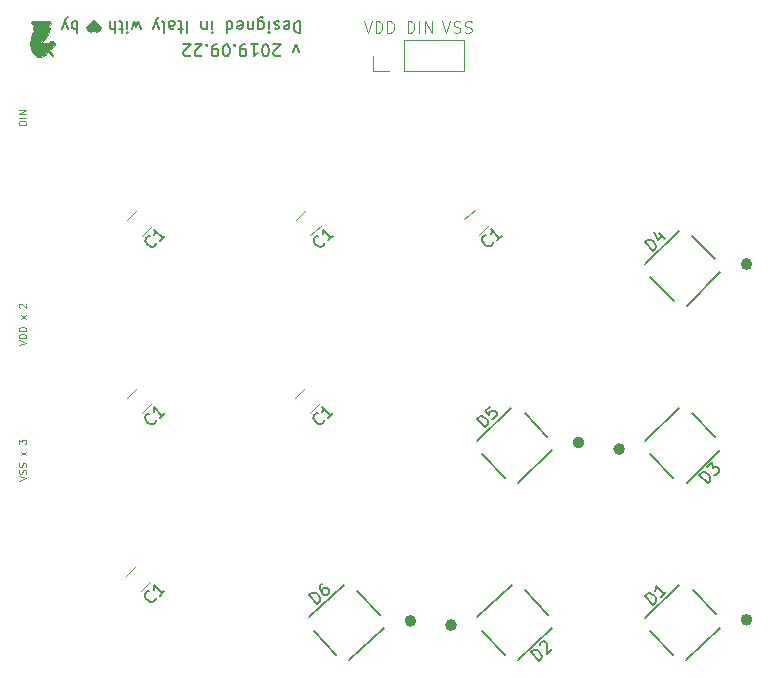
<source format=gbr>
G04 #@! TF.GenerationSoftware,KiCad,Pcbnew,5.1.4-e60b266~84~ubuntu18.04.1*
G04 #@! TF.CreationDate,2019-08-23T14:23:09+02:00*
G04 #@! TF.ProjectId,aab1,61616231-2e6b-4696-9361-645f70636258,rev?*
G04 #@! TF.SameCoordinates,Original*
G04 #@! TF.FileFunction,Legend,Top*
G04 #@! TF.FilePolarity,Positive*
%FSLAX46Y46*%
G04 Gerber Fmt 4.6, Leading zero omitted, Abs format (unit mm)*
G04 Created by KiCad (PCBNEW 5.1.4-e60b266~84~ubuntu18.04.1) date 2019-08-23 14:23:09*
%MOMM*%
%LPD*%
G04 APERTURE LIST*
%ADD10C,0.100000*%
%ADD11C,0.150000*%
%ADD12C,0.300000*%
%ADD13C,0.500000*%
%ADD14C,0.120000*%
G04 APERTURE END LIST*
D10*
X79909730Y-84061151D02*
X80243064Y-85061151D01*
X80576397Y-84061151D01*
X80909730Y-85061151D02*
X80909730Y-84061151D01*
X81147825Y-84061151D01*
X81290683Y-84108771D01*
X81385921Y-84204009D01*
X81433540Y-84299247D01*
X81481159Y-84489723D01*
X81481159Y-84632580D01*
X81433540Y-84823056D01*
X81385921Y-84918294D01*
X81290683Y-85013532D01*
X81147825Y-85061151D01*
X80909730Y-85061151D01*
X81909730Y-85061151D02*
X81909730Y-84061151D01*
X82147825Y-84061151D01*
X82290683Y-84108771D01*
X82385921Y-84204009D01*
X82433540Y-84299247D01*
X82481159Y-84489723D01*
X82481159Y-84632580D01*
X82433540Y-84823056D01*
X82385921Y-84918294D01*
X82290683Y-85013532D01*
X82147825Y-85061151D01*
X81909730Y-85061151D01*
X83619254Y-85061151D02*
X83619254Y-84061151D01*
X83857349Y-84061151D01*
X84000206Y-84108771D01*
X84095444Y-84204009D01*
X84143064Y-84299247D01*
X84190683Y-84489723D01*
X84190683Y-84632580D01*
X84143064Y-84823056D01*
X84095444Y-84918294D01*
X84000206Y-85013532D01*
X83857349Y-85061151D01*
X83619254Y-85061151D01*
X84619254Y-85061151D02*
X84619254Y-84061151D01*
X85095444Y-85061151D02*
X85095444Y-84061151D01*
X85666873Y-85061151D01*
X85666873Y-84061151D01*
X86557349Y-84061151D02*
X86890683Y-85061151D01*
X87224016Y-84061151D01*
X87509730Y-85013532D02*
X87652587Y-85061151D01*
X87890683Y-85061151D01*
X87985921Y-85013532D01*
X88033540Y-84965913D01*
X88081159Y-84870675D01*
X88081159Y-84775437D01*
X88033540Y-84680199D01*
X87985921Y-84632580D01*
X87890683Y-84584961D01*
X87700206Y-84537342D01*
X87604968Y-84489723D01*
X87557349Y-84442104D01*
X87509730Y-84346866D01*
X87509730Y-84251628D01*
X87557349Y-84156390D01*
X87604968Y-84108771D01*
X87700206Y-84061151D01*
X87938302Y-84061151D01*
X88081159Y-84108771D01*
X88462111Y-85013532D02*
X88604968Y-85061151D01*
X88843064Y-85061151D01*
X88938302Y-85013532D01*
X88985921Y-84965913D01*
X89033540Y-84870675D01*
X89033540Y-84775437D01*
X88985921Y-84680199D01*
X88938302Y-84632580D01*
X88843064Y-84584961D01*
X88652587Y-84537342D01*
X88557349Y-84489723D01*
X88509730Y-84442104D01*
X88462111Y-84346866D01*
X88462111Y-84251628D01*
X88509730Y-84156390D01*
X88557349Y-84108771D01*
X88652587Y-84061151D01*
X88890683Y-84061151D01*
X89033540Y-84108771D01*
D11*
X74547619Y-84056390D02*
X74547619Y-85056390D01*
X74309523Y-85056390D01*
X74166666Y-85008771D01*
X74071428Y-84913532D01*
X74023809Y-84818294D01*
X73976190Y-84627818D01*
X73976190Y-84484961D01*
X74023809Y-84294485D01*
X74071428Y-84199247D01*
X74166666Y-84104009D01*
X74309523Y-84056390D01*
X74547619Y-84056390D01*
X73166666Y-84104009D02*
X73261904Y-84056390D01*
X73452380Y-84056390D01*
X73547619Y-84104009D01*
X73595238Y-84199247D01*
X73595238Y-84580199D01*
X73547619Y-84675437D01*
X73452380Y-84723056D01*
X73261904Y-84723056D01*
X73166666Y-84675437D01*
X73119047Y-84580199D01*
X73119047Y-84484961D01*
X73595238Y-84389723D01*
X72738095Y-84104009D02*
X72642857Y-84056390D01*
X72452380Y-84056390D01*
X72357142Y-84104009D01*
X72309523Y-84199247D01*
X72309523Y-84246866D01*
X72357142Y-84342104D01*
X72452380Y-84389723D01*
X72595238Y-84389723D01*
X72690476Y-84437342D01*
X72738095Y-84532580D01*
X72738095Y-84580199D01*
X72690476Y-84675437D01*
X72595238Y-84723056D01*
X72452380Y-84723056D01*
X72357142Y-84675437D01*
X71880952Y-84056390D02*
X71880952Y-84723056D01*
X71880952Y-85056390D02*
X71928571Y-85008771D01*
X71880952Y-84961151D01*
X71833333Y-85008771D01*
X71880952Y-85056390D01*
X71880952Y-84961151D01*
X70976190Y-84723056D02*
X70976190Y-83913532D01*
X71023809Y-83818294D01*
X71071428Y-83770675D01*
X71166666Y-83723056D01*
X71309523Y-83723056D01*
X71404761Y-83770675D01*
X70976190Y-84104009D02*
X71071428Y-84056390D01*
X71261904Y-84056390D01*
X71357142Y-84104009D01*
X71404761Y-84151628D01*
X71452380Y-84246866D01*
X71452380Y-84532580D01*
X71404761Y-84627818D01*
X71357142Y-84675437D01*
X71261904Y-84723056D01*
X71071428Y-84723056D01*
X70976190Y-84675437D01*
X70500000Y-84723056D02*
X70500000Y-84056390D01*
X70500000Y-84627818D02*
X70452380Y-84675437D01*
X70357142Y-84723056D01*
X70214285Y-84723056D01*
X70119047Y-84675437D01*
X70071428Y-84580199D01*
X70071428Y-84056390D01*
X69214285Y-84104009D02*
X69309523Y-84056390D01*
X69500000Y-84056390D01*
X69595238Y-84104009D01*
X69642857Y-84199247D01*
X69642857Y-84580199D01*
X69595238Y-84675437D01*
X69500000Y-84723056D01*
X69309523Y-84723056D01*
X69214285Y-84675437D01*
X69166666Y-84580199D01*
X69166666Y-84484961D01*
X69642857Y-84389723D01*
X68309523Y-84056390D02*
X68309523Y-85056390D01*
X68309523Y-84104009D02*
X68404761Y-84056390D01*
X68595238Y-84056390D01*
X68690476Y-84104009D01*
X68738095Y-84151628D01*
X68785714Y-84246866D01*
X68785714Y-84532580D01*
X68738095Y-84627818D01*
X68690476Y-84675437D01*
X68595238Y-84723056D01*
X68404761Y-84723056D01*
X68309523Y-84675437D01*
X67071428Y-84056390D02*
X67071428Y-84723056D01*
X67071428Y-85056390D02*
X67119047Y-85008771D01*
X67071428Y-84961151D01*
X67023809Y-85008771D01*
X67071428Y-85056390D01*
X67071428Y-84961151D01*
X66595238Y-84723056D02*
X66595238Y-84056390D01*
X66595238Y-84627818D02*
X66547619Y-84675437D01*
X66452380Y-84723056D01*
X66309523Y-84723056D01*
X66214285Y-84675437D01*
X66166666Y-84580199D01*
X66166666Y-84056390D01*
X64928571Y-84056390D02*
X64928571Y-85056390D01*
X64595238Y-84723056D02*
X64214285Y-84723056D01*
X64452380Y-85056390D02*
X64452380Y-84199247D01*
X64404761Y-84104009D01*
X64309523Y-84056390D01*
X64214285Y-84056390D01*
X63452380Y-84056390D02*
X63452380Y-84580199D01*
X63500000Y-84675437D01*
X63595238Y-84723056D01*
X63785714Y-84723056D01*
X63880952Y-84675437D01*
X63452380Y-84104009D02*
X63547619Y-84056390D01*
X63785714Y-84056390D01*
X63880952Y-84104009D01*
X63928571Y-84199247D01*
X63928571Y-84294485D01*
X63880952Y-84389723D01*
X63785714Y-84437342D01*
X63547619Y-84437342D01*
X63452380Y-84484961D01*
X62833333Y-84056390D02*
X62928571Y-84104009D01*
X62976190Y-84199247D01*
X62976190Y-85056390D01*
X62547619Y-84723056D02*
X62309523Y-84056390D01*
X62071428Y-84723056D02*
X62309523Y-84056390D01*
X62404761Y-83818294D01*
X62452380Y-83770675D01*
X62547619Y-83723056D01*
X61023809Y-84723056D02*
X60833333Y-84056390D01*
X60642857Y-84532580D01*
X60452380Y-84056390D01*
X60261904Y-84723056D01*
X59880952Y-84056390D02*
X59880952Y-84723056D01*
X59880952Y-85056390D02*
X59928571Y-85008771D01*
X59880952Y-84961151D01*
X59833333Y-85008771D01*
X59880952Y-85056390D01*
X59880952Y-84961151D01*
X59547619Y-84723056D02*
X59166666Y-84723056D01*
X59404761Y-85056390D02*
X59404761Y-84199247D01*
X59357142Y-84104009D01*
X59261904Y-84056390D01*
X59166666Y-84056390D01*
X58833333Y-84056390D02*
X58833333Y-85056390D01*
X58404761Y-84056390D02*
X58404761Y-84580199D01*
X58452380Y-84675437D01*
X58547619Y-84723056D01*
X58690476Y-84723056D01*
X58785714Y-84675437D01*
X58833333Y-84627818D01*
X55642857Y-84056390D02*
X55642857Y-85056390D01*
X55642857Y-84675437D02*
X55547619Y-84723056D01*
X55357142Y-84723056D01*
X55261904Y-84675437D01*
X55214285Y-84627818D01*
X55166666Y-84532580D01*
X55166666Y-84246866D01*
X55214285Y-84151628D01*
X55261904Y-84104009D01*
X55357142Y-84056390D01*
X55547619Y-84056390D01*
X55642857Y-84104009D01*
X54833333Y-84723056D02*
X54595238Y-84056390D01*
X54357142Y-84723056D02*
X54595238Y-84056390D01*
X54690476Y-83818294D01*
X54738095Y-83770675D01*
X54833333Y-83723056D01*
X74404761Y-86696514D02*
X74166666Y-86029848D01*
X73928571Y-86696514D01*
X72833333Y-86934609D02*
X72785714Y-86982229D01*
X72690476Y-87029848D01*
X72452380Y-87029848D01*
X72357142Y-86982229D01*
X72309523Y-86934609D01*
X72261904Y-86839371D01*
X72261904Y-86744133D01*
X72309523Y-86601276D01*
X72880952Y-86029848D01*
X72261904Y-86029848D01*
X71642857Y-87029848D02*
X71547619Y-87029848D01*
X71452380Y-86982229D01*
X71404761Y-86934609D01*
X71357142Y-86839371D01*
X71309523Y-86648895D01*
X71309523Y-86410800D01*
X71357142Y-86220324D01*
X71404761Y-86125086D01*
X71452380Y-86077467D01*
X71547619Y-86029848D01*
X71642857Y-86029848D01*
X71738095Y-86077467D01*
X71785714Y-86125086D01*
X71833333Y-86220324D01*
X71880952Y-86410800D01*
X71880952Y-86648895D01*
X71833333Y-86839371D01*
X71785714Y-86934609D01*
X71738095Y-86982229D01*
X71642857Y-87029848D01*
X70357142Y-86029848D02*
X70928571Y-86029848D01*
X70642857Y-86029848D02*
X70642857Y-87029848D01*
X70738095Y-86886990D01*
X70833333Y-86791752D01*
X70928571Y-86744133D01*
X69880952Y-86029848D02*
X69690476Y-86029848D01*
X69595238Y-86077467D01*
X69547619Y-86125086D01*
X69452380Y-86267943D01*
X69404761Y-86458419D01*
X69404761Y-86839371D01*
X69452380Y-86934609D01*
X69500000Y-86982229D01*
X69595238Y-87029848D01*
X69785714Y-87029848D01*
X69880952Y-86982229D01*
X69928571Y-86934609D01*
X69976190Y-86839371D01*
X69976190Y-86601276D01*
X69928571Y-86506038D01*
X69880952Y-86458419D01*
X69785714Y-86410800D01*
X69595238Y-86410800D01*
X69500000Y-86458419D01*
X69452380Y-86506038D01*
X69404761Y-86601276D01*
X68976190Y-86125086D02*
X68928571Y-86077467D01*
X68976190Y-86029848D01*
X69023809Y-86077467D01*
X68976190Y-86125086D01*
X68976190Y-86029848D01*
X68309523Y-87029848D02*
X68214285Y-87029848D01*
X68119047Y-86982229D01*
X68071428Y-86934609D01*
X68023809Y-86839371D01*
X67976190Y-86648895D01*
X67976190Y-86410800D01*
X68023809Y-86220324D01*
X68071428Y-86125086D01*
X68119047Y-86077467D01*
X68214285Y-86029848D01*
X68309523Y-86029848D01*
X68404761Y-86077467D01*
X68452380Y-86125086D01*
X68500000Y-86220324D01*
X68547619Y-86410800D01*
X68547619Y-86648895D01*
X68500000Y-86839371D01*
X68452380Y-86934609D01*
X68404761Y-86982229D01*
X68309523Y-87029848D01*
X67500000Y-86029848D02*
X67309523Y-86029848D01*
X67214285Y-86077467D01*
X67166666Y-86125086D01*
X67071428Y-86267943D01*
X67023809Y-86458419D01*
X67023809Y-86839371D01*
X67071428Y-86934609D01*
X67119047Y-86982229D01*
X67214285Y-87029848D01*
X67404761Y-87029848D01*
X67500000Y-86982229D01*
X67547619Y-86934609D01*
X67595238Y-86839371D01*
X67595238Y-86601276D01*
X67547619Y-86506038D01*
X67500000Y-86458419D01*
X67404761Y-86410800D01*
X67214285Y-86410800D01*
X67119047Y-86458419D01*
X67071428Y-86506038D01*
X67023809Y-86601276D01*
X66595238Y-86125086D02*
X66547619Y-86077467D01*
X66595238Y-86029848D01*
X66642857Y-86077467D01*
X66595238Y-86125086D01*
X66595238Y-86029848D01*
X66166666Y-86934609D02*
X66119047Y-86982229D01*
X66023809Y-87029848D01*
X65785714Y-87029848D01*
X65690476Y-86982229D01*
X65642857Y-86934609D01*
X65595238Y-86839371D01*
X65595238Y-86744133D01*
X65642857Y-86601276D01*
X66214285Y-86029848D01*
X65595238Y-86029848D01*
X65214285Y-86934609D02*
X65166666Y-86982229D01*
X65071428Y-87029848D01*
X64833333Y-87029848D01*
X64738095Y-86982229D01*
X64690476Y-86934609D01*
X64642857Y-86839371D01*
X64642857Y-86744133D01*
X64690476Y-86601276D01*
X65261904Y-86029848D01*
X64642857Y-86029848D01*
D12*
X57581535Y-84620422D02*
G75*
G02X57073535Y-84620422I-254000J0D01*
G01*
X57073535Y-84112422D02*
X56565535Y-84620422D01*
X57073535Y-84620422D02*
G75*
G02X56565535Y-84620422I-254000J0D01*
G01*
X56819535Y-84620422D02*
G75*
G02X57327535Y-84620422I254000J0D01*
G01*
X57581535Y-84620422D02*
X57073535Y-84112422D01*
D10*
X50714492Y-122965913D02*
X51314492Y-122765913D01*
X50714492Y-122565913D01*
X51285921Y-122394485D02*
X51314492Y-122308771D01*
X51314492Y-122165913D01*
X51285921Y-122108771D01*
X51257349Y-122080199D01*
X51200206Y-122051628D01*
X51143064Y-122051628D01*
X51085921Y-122080199D01*
X51057349Y-122108771D01*
X51028778Y-122165913D01*
X51000206Y-122280199D01*
X50971635Y-122337342D01*
X50943064Y-122365913D01*
X50885921Y-122394485D01*
X50828778Y-122394485D01*
X50771635Y-122365913D01*
X50743064Y-122337342D01*
X50714492Y-122280199D01*
X50714492Y-122137342D01*
X50743064Y-122051628D01*
X51285921Y-121823056D02*
X51314492Y-121737342D01*
X51314492Y-121594485D01*
X51285921Y-121537342D01*
X51257349Y-121508771D01*
X51200206Y-121480199D01*
X51143064Y-121480199D01*
X51085921Y-121508771D01*
X51057349Y-121537342D01*
X51028778Y-121594485D01*
X51000206Y-121708771D01*
X50971635Y-121765913D01*
X50943064Y-121794485D01*
X50885921Y-121823056D01*
X50828778Y-121823056D01*
X50771635Y-121794485D01*
X50743064Y-121765913D01*
X50714492Y-121708771D01*
X50714492Y-121565913D01*
X50743064Y-121480199D01*
X51314492Y-120823056D02*
X50914492Y-120508771D01*
X50914492Y-120823056D02*
X51314492Y-120508771D01*
X50714492Y-119880199D02*
X50714492Y-119508771D01*
X50943064Y-119708771D01*
X50943064Y-119623056D01*
X50971635Y-119565913D01*
X51000206Y-119537342D01*
X51057349Y-119508771D01*
X51200206Y-119508771D01*
X51257349Y-119537342D01*
X51285921Y-119565913D01*
X51314492Y-119623056D01*
X51314492Y-119794485D01*
X51285921Y-119851628D01*
X51257349Y-119880199D01*
X51314492Y-92823056D02*
X50714492Y-92823056D01*
X50714492Y-92680199D01*
X50743064Y-92594485D01*
X50800206Y-92537342D01*
X50857349Y-92508771D01*
X50971635Y-92480199D01*
X51057349Y-92480199D01*
X51171635Y-92508771D01*
X51228778Y-92537342D01*
X51285921Y-92594485D01*
X51314492Y-92680199D01*
X51314492Y-92823056D01*
X51314492Y-92223056D02*
X50714492Y-92223056D01*
X51314492Y-91937342D02*
X50714492Y-91937342D01*
X51314492Y-91594485D01*
X50714492Y-91594485D01*
X50714492Y-111494485D02*
X51314492Y-111294485D01*
X50714492Y-111094485D01*
X51314492Y-110894485D02*
X50714492Y-110894485D01*
X50714492Y-110751628D01*
X50743064Y-110665913D01*
X50800206Y-110608771D01*
X50857349Y-110580199D01*
X50971635Y-110551628D01*
X51057349Y-110551628D01*
X51171635Y-110580199D01*
X51228778Y-110608771D01*
X51285921Y-110665913D01*
X51314492Y-110751628D01*
X51314492Y-110894485D01*
X51314492Y-110294485D02*
X50714492Y-110294485D01*
X50714492Y-110151628D01*
X50743064Y-110065913D01*
X50800206Y-110008771D01*
X50857349Y-109980199D01*
X50971635Y-109951628D01*
X51057349Y-109951628D01*
X51171635Y-109980199D01*
X51228778Y-110008771D01*
X51285921Y-110065913D01*
X51314492Y-110151628D01*
X51314492Y-110294485D01*
X51314492Y-109294485D02*
X50914492Y-108980199D01*
X50914492Y-109294485D02*
X51314492Y-108980199D01*
X50771635Y-108323056D02*
X50743064Y-108294485D01*
X50714492Y-108237342D01*
X50714492Y-108094485D01*
X50743064Y-108037342D01*
X50771635Y-108008771D01*
X50828778Y-107980199D01*
X50885921Y-107980199D01*
X50971635Y-108008771D01*
X51314492Y-108351628D01*
X51314492Y-107980199D01*
G36*
X53435066Y-84285383D02*
G01*
X53188953Y-84477816D01*
X53303807Y-84608636D01*
X53189478Y-85194147D01*
X52575164Y-85922081D01*
X53224142Y-85879281D01*
X53345000Y-85740051D01*
X53500473Y-85715551D01*
X53715675Y-85838071D01*
X53793253Y-85976194D01*
X53685000Y-86193491D01*
X53300873Y-86513759D01*
X53563512Y-86904990D01*
X53562983Y-86982082D01*
X53507149Y-86988685D01*
X53146861Y-86637081D01*
X53093853Y-86682081D01*
X53037381Y-86922082D01*
X52576500Y-87120373D01*
X52285000Y-87067434D01*
X51823804Y-86715146D01*
X51631852Y-86034181D01*
X51829363Y-85044898D01*
X52000000Y-84991144D01*
X51890000Y-84625840D01*
X52000000Y-84482229D01*
X51740058Y-84246457D01*
X51820705Y-84017081D01*
X53367549Y-84017081D01*
X53435066Y-84285383D01*
G37*
X53435066Y-84285383D02*
X53188953Y-84477816D01*
X53303807Y-84608636D01*
X53189478Y-85194147D01*
X52575164Y-85922081D01*
X53224142Y-85879281D01*
X53345000Y-85740051D01*
X53500473Y-85715551D01*
X53715675Y-85838071D01*
X53793253Y-85976194D01*
X53685000Y-86193491D01*
X53300873Y-86513759D01*
X53563512Y-86904990D01*
X53562983Y-86982082D01*
X53507149Y-86988685D01*
X53146861Y-86637081D01*
X53093853Y-86682081D01*
X53037381Y-86922082D01*
X52576500Y-87120373D01*
X52285000Y-87067434D01*
X51823804Y-86715146D01*
X51631852Y-86034181D01*
X51829363Y-85044898D01*
X52000000Y-84991144D01*
X51890000Y-84625840D01*
X52000000Y-84482229D01*
X51740058Y-84246457D01*
X51820705Y-84017081D01*
X53367549Y-84017081D01*
X53435066Y-84285383D01*
D13*
X87543131Y-135195257D02*
G75*
G03X87543131Y-135195257I-250001J0D01*
G01*
D11*
X89909991Y-135691715D02*
X91830283Y-137729479D01*
X95469147Y-134300387D02*
X93548855Y-132262623D01*
X89519478Y-134548256D02*
X92430569Y-131804982D01*
X92948569Y-138187120D02*
X95859660Y-135443846D01*
D13*
X84108651Y-134843945D02*
G75*
G03X84108651Y-134843945I-249999J0D01*
G01*
D11*
X81246223Y-134324670D02*
X79343788Y-132270226D01*
X75675139Y-135667432D02*
X77577574Y-137721876D01*
X81626744Y-135471493D02*
X78691825Y-138189258D01*
X78229537Y-131802844D02*
X75294618Y-134520609D01*
D13*
X112562515Y-134740346D02*
G75*
G03X112562515Y-134740346I-250000J0D01*
G01*
D11*
X109690598Y-134271318D02*
X107749073Y-132253775D01*
X104146318Y-135720784D02*
X106087843Y-137738327D01*
X110093065Y-135410625D02*
X107210860Y-138184232D01*
X106626056Y-131807870D02*
X103743851Y-134581477D01*
D13*
X101779742Y-120294869D02*
G75*
G03X101779742Y-120294869I-250000J0D01*
G01*
D11*
X104155652Y-120740999D02*
X106114709Y-122741522D01*
X109687072Y-119243205D02*
X107728015Y-117242682D01*
X103743258Y-119605247D02*
X106601149Y-116806594D01*
X107241575Y-123177610D02*
X110099466Y-120378957D01*
D13*
X112562419Y-104628943D02*
G75*
G03X112562419Y-104628943I-250000J0D01*
G01*
D11*
X109681981Y-104210336D02*
X107702082Y-102230437D01*
X104166549Y-105765970D02*
X106146448Y-107745869D01*
X110106246Y-105341706D02*
X107277818Y-108170134D01*
X106570712Y-101806172D02*
X103742284Y-104634600D01*
D13*
X98336530Y-119736397D02*
G75*
G03X98336530Y-119736397I-250000J0D01*
G01*
D11*
X95464613Y-119267369D02*
X93523088Y-117249826D01*
X89920333Y-120716835D02*
X91861858Y-122734378D01*
X95867080Y-120406676D02*
X92984875Y-123180283D01*
X92400071Y-116803921D02*
X89517866Y-119577528D01*
D14*
X60647242Y-130173769D02*
X59796056Y-131025478D01*
X61934572Y-131460308D02*
X61083386Y-132312017D01*
X60698237Y-115129966D02*
X59838561Y-115973104D01*
X61972613Y-116429338D02*
X61112937Y-117272476D01*
X74971540Y-115092655D02*
X74104044Y-115927745D01*
X76233750Y-116403847D02*
X75366254Y-117238937D01*
X60749825Y-100085091D02*
X59881578Y-100919400D01*
X62010856Y-101397418D02*
X61142609Y-102231727D01*
X75020133Y-100050337D02*
X74144154Y-100876524D01*
X76268888Y-101374350D02*
X75392909Y-102200537D01*
X80691532Y-88312229D02*
X80691532Y-86982229D01*
X82021532Y-88312229D02*
X80691532Y-88312229D01*
X83291532Y-88312229D02*
X83291532Y-85652229D01*
X83291532Y-85652229D02*
X88431532Y-85652229D01*
X83291532Y-88312229D02*
X88431532Y-88312229D01*
X88431532Y-88312229D02*
X88431532Y-85652229D01*
X89294534Y-100010541D02*
X88411029Y-100828675D01*
X90531117Y-101345929D02*
X89647612Y-102164063D01*
D11*
X94725855Y-138233130D02*
X94040037Y-137505358D01*
X94213316Y-137342067D01*
X94349941Y-137278749D01*
X94484569Y-137282745D01*
X94584541Y-137319399D01*
X94749829Y-137425364D01*
X94847803Y-137529331D01*
X94943779Y-137700613D01*
X94974439Y-137802583D01*
X94970444Y-137937210D01*
X94899134Y-138069840D01*
X94725855Y-138233130D01*
X94798470Y-136921509D02*
X94800467Y-136854195D01*
X94837121Y-136754223D01*
X95010400Y-136590933D01*
X95112370Y-136560273D01*
X95179684Y-136562271D01*
X95279656Y-136598924D01*
X95344972Y-136668236D01*
X95408290Y-136804862D01*
X95384316Y-137612628D01*
X95834842Y-137188074D01*
X75984328Y-133408159D02*
X75304887Y-132674429D01*
X75479585Y-132512658D01*
X75616757Y-132450534D01*
X75751345Y-132455705D01*
X75850993Y-132493229D01*
X76015350Y-132600633D01*
X76112413Y-132705451D01*
X76206891Y-132877564D01*
X76236660Y-132979797D01*
X76231490Y-133114385D01*
X76159026Y-133246388D01*
X75984328Y-133408159D01*
X76353073Y-131703799D02*
X76213314Y-131833216D01*
X76175790Y-131932865D01*
X76173205Y-132000158D01*
X76200389Y-132169686D01*
X76294866Y-132341798D01*
X76553701Y-132621314D01*
X76653349Y-132658839D01*
X76720643Y-132661424D01*
X76822877Y-132631655D01*
X76962635Y-132502238D01*
X77000159Y-132402589D01*
X77002745Y-132335295D01*
X76972975Y-132233062D01*
X76811204Y-132058365D01*
X76711555Y-132020840D01*
X76644262Y-132018255D01*
X76542028Y-132048024D01*
X76402270Y-132177441D01*
X76364745Y-132277089D01*
X76362160Y-132344383D01*
X76391930Y-132446617D01*
X104412079Y-133455993D02*
X103718677Y-132735442D01*
X103890237Y-132570346D01*
X104026192Y-132505600D01*
X104160854Y-132508186D01*
X104261204Y-132543791D01*
X104427593Y-132648020D01*
X104526650Y-132750955D01*
X104624415Y-132921222D01*
X104656141Y-133022865D01*
X104653555Y-133157528D01*
X104583639Y-133290897D01*
X104412079Y-133455993D01*
X105510062Y-132399380D02*
X105098318Y-132795610D01*
X105304190Y-132597495D02*
X104610788Y-131876944D01*
X104641221Y-132045918D01*
X104638636Y-132180580D01*
X104603031Y-132280931D01*
X109019416Y-123189494D02*
X108319753Y-122475021D01*
X108489865Y-122308434D01*
X108625250Y-122242505D01*
X108759930Y-122243915D01*
X108860587Y-122278643D01*
X109027878Y-122381416D01*
X109127830Y-122483483D01*
X109227077Y-122652891D01*
X109259689Y-122754253D01*
X109258279Y-122888933D01*
X109189529Y-123022907D01*
X109019416Y-123189494D01*
X108966180Y-121841992D02*
X109408473Y-121408867D01*
X109436854Y-121914268D01*
X109538921Y-121814316D01*
X109640284Y-121781704D01*
X109707623Y-121782410D01*
X109808281Y-121817137D01*
X109974867Y-121987250D01*
X110007479Y-122088612D01*
X110006774Y-122155952D01*
X109972046Y-122256609D01*
X109767911Y-122456513D01*
X109666549Y-122489125D01*
X109599209Y-122488420D01*
X104388782Y-103496494D02*
X103681675Y-102789388D01*
X103850034Y-102621029D01*
X103984721Y-102553685D01*
X104119408Y-102553685D01*
X104220423Y-102587357D01*
X104388782Y-102688372D01*
X104489797Y-102789388D01*
X104590812Y-102957746D01*
X104624484Y-103058762D01*
X104624484Y-103193449D01*
X104557141Y-103328136D01*
X104388782Y-103496494D01*
X104927530Y-102014937D02*
X105398935Y-102486342D01*
X104489797Y-101913922D02*
X104826515Y-102587357D01*
X105264248Y-102149624D01*
X90186093Y-118452043D02*
X89492691Y-117731492D01*
X89664251Y-117566396D01*
X89800206Y-117501650D01*
X89934868Y-117504236D01*
X90035218Y-117539841D01*
X90201607Y-117644070D01*
X90300664Y-117747005D01*
X90398429Y-117917272D01*
X90430155Y-118018915D01*
X90427569Y-118153578D01*
X90357653Y-118286947D01*
X90186093Y-118452043D01*
X90556362Y-116707898D02*
X90213242Y-117038090D01*
X90509122Y-117414228D01*
X90510414Y-117346897D01*
X90546019Y-117246547D01*
X90717579Y-117081451D01*
X90819222Y-117049725D01*
X90886553Y-117051018D01*
X90986903Y-117086623D01*
X91151999Y-117258183D01*
X91183725Y-117359826D01*
X91182433Y-117427157D01*
X91146828Y-117527507D01*
X90975268Y-117692603D01*
X90873625Y-117724329D01*
X90806294Y-117723036D01*
X62287443Y-132899779D02*
X62287464Y-132967123D01*
X62220162Y-133101831D01*
X62152839Y-133169195D01*
X62018173Y-133236580D01*
X61883486Y-133236621D01*
X61782460Y-133202980D01*
X61614070Y-133102017D01*
X61513024Y-133001032D01*
X61411957Y-132832705D01*
X61378254Y-132731700D01*
X61378213Y-132597013D01*
X61445515Y-132462305D01*
X61512838Y-132394941D01*
X61647504Y-132327556D01*
X61714848Y-132327535D01*
X63028036Y-132293460D02*
X62624099Y-132697646D01*
X62826067Y-132495553D02*
X62118743Y-131788663D01*
X62152467Y-131957012D01*
X62152508Y-132091699D01*
X62118867Y-132192724D01*
X62311046Y-117872272D02*
X62310392Y-117939613D01*
X62241744Y-118073639D01*
X62173749Y-118140326D01*
X62038415Y-118206358D01*
X61903734Y-118205050D01*
X61803051Y-118170399D01*
X61635681Y-118067753D01*
X61535651Y-117965762D01*
X61436276Y-117796430D01*
X61403587Y-117695092D01*
X61404895Y-117560412D01*
X61473543Y-117426385D01*
X61541537Y-117359699D01*
X61676872Y-117293666D01*
X61744212Y-117294320D01*
X63057676Y-117273403D02*
X62649710Y-117673521D01*
X62853693Y-117473462D02*
X62153486Y-116759522D01*
X62185522Y-116928200D01*
X62184214Y-117062880D01*
X62149562Y-117163564D01*
X76558722Y-117849873D02*
X76557440Y-117917204D01*
X76487545Y-118050585D01*
X76418933Y-118116635D01*
X76282988Y-118181403D01*
X76148326Y-118178840D01*
X76047970Y-118143252D01*
X75881564Y-118039051D01*
X75782489Y-117936132D01*
X75684696Y-117765881D01*
X75652953Y-117664243D01*
X75655516Y-117529581D01*
X75725410Y-117396200D01*
X75794023Y-117330150D01*
X75929967Y-117265382D01*
X75997299Y-117266663D01*
X77310900Y-117257988D02*
X76899223Y-117654287D01*
X77105061Y-117456138D02*
X76411539Y-116735702D01*
X76442001Y-116904671D01*
X76439438Y-117039334D01*
X76403850Y-117139690D01*
X62334525Y-102843735D02*
X62333183Y-102911066D01*
X62263168Y-103044384D01*
X62194496Y-103110372D01*
X62058494Y-103175018D01*
X61923833Y-103172333D01*
X61823509Y-103136655D01*
X61657197Y-103032304D01*
X61558215Y-102929296D01*
X61460575Y-102758957D01*
X61428924Y-102657291D01*
X61431608Y-102522631D01*
X61501622Y-102389313D01*
X61570295Y-102323325D01*
X61706297Y-102258679D01*
X61773627Y-102260021D01*
X63087236Y-102252528D02*
X62675202Y-102648456D01*
X62881219Y-102450492D02*
X62188345Y-101729433D01*
X62218655Y-101898429D01*
X62215970Y-102033090D01*
X62180292Y-102133414D01*
X76579075Y-102823619D02*
X76577106Y-102890933D01*
X76505853Y-103023594D01*
X76436569Y-103088939D01*
X76299971Y-103152316D01*
X76165341Y-103148378D01*
X76065354Y-103111767D01*
X75900021Y-103005872D01*
X75802002Y-102901946D01*
X75705953Y-102730706D01*
X75675249Y-102628749D01*
X75679187Y-102494120D01*
X75750440Y-102361459D01*
X75819724Y-102296114D01*
X75956322Y-102232737D01*
X76023637Y-102234706D01*
X77337258Y-102239446D02*
X76921556Y-102631520D01*
X77129407Y-102435483D02*
X76443278Y-101708003D01*
X76472013Y-101877274D01*
X76468075Y-102011904D01*
X76431464Y-102111891D01*
X90828025Y-102797976D02*
X90825440Y-102865270D01*
X90752975Y-102997273D01*
X90683096Y-103061981D01*
X90545923Y-103124105D01*
X90411336Y-103118934D01*
X90311688Y-103081410D01*
X90147331Y-102974006D01*
X90050268Y-102869187D01*
X89955790Y-102697075D01*
X89926021Y-102594842D01*
X89931191Y-102460254D01*
X90003655Y-102328251D01*
X90073534Y-102263543D01*
X90210707Y-102201419D01*
X90278001Y-102204004D01*
X91591524Y-102220768D02*
X91172250Y-102609020D01*
X91381887Y-102414894D02*
X90702445Y-101681164D01*
X90729629Y-101850692D01*
X90724459Y-101985279D01*
X90686934Y-102084928D01*
M02*

</source>
